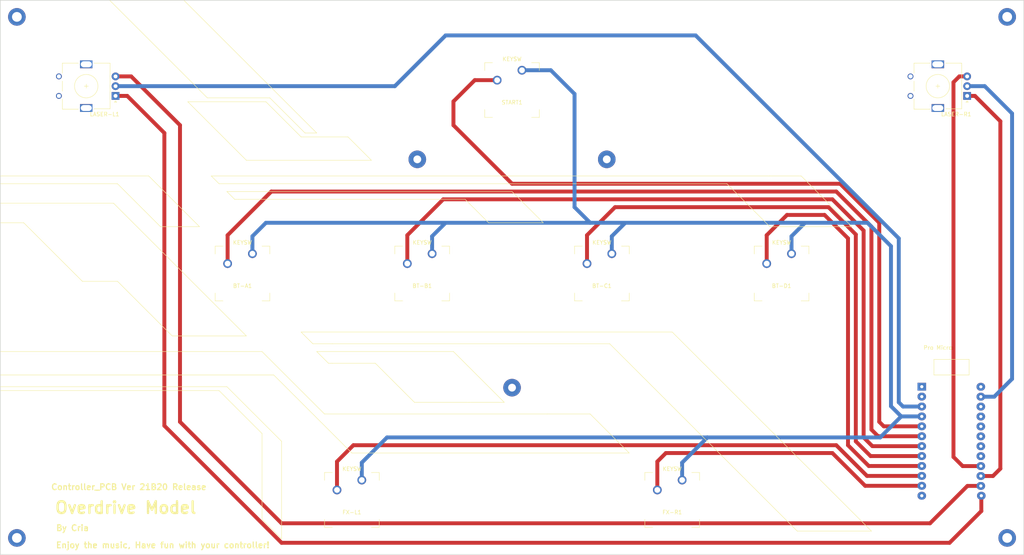
<source format=kicad_pcb>
(kicad_pcb (version 20171130) (host pcbnew "(5.1.9)-1")

  (general
    (thickness 1.6)
    (drawings 141)
    (tracks 118)
    (zones 0)
    (modules 10)
    (nets 25)
  )

  (page A4)
  (layers
    (0 F.Cu signal)
    (31 B.Cu signal)
    (32 B.Adhes user)
    (33 F.Adhes user)
    (34 B.Paste user)
    (35 F.Paste user)
    (36 B.SilkS user)
    (37 F.SilkS user)
    (38 B.Mask user)
    (39 F.Mask user)
    (40 Dwgs.User user)
    (41 Cmts.User user)
    (42 Eco1.User user)
    (43 Eco2.User user)
    (44 Edge.Cuts user)
    (45 Margin user)
    (46 B.CrtYd user)
    (47 F.CrtYd user)
    (48 B.Fab user)
    (49 F.Fab user)
  )

  (setup
    (last_trace_width 0.25)
    (user_trace_width 1)
    (trace_clearance 0.2)
    (zone_clearance 0.508)
    (zone_45_only no)
    (trace_min 0.2)
    (via_size 0.8)
    (via_drill 0.4)
    (via_min_size 0.4)
    (via_min_drill 0.3)
    (uvia_size 0.3)
    (uvia_drill 0.1)
    (uvias_allowed no)
    (uvia_min_size 0.2)
    (uvia_min_drill 0.1)
    (edge_width 0.05)
    (segment_width 0.2)
    (pcb_text_width 0.3)
    (pcb_text_size 1.5 1.5)
    (mod_edge_width 0.12)
    (mod_text_size 1 1)
    (mod_text_width 0.15)
    (pad_size 3.9878 3.9878)
    (pad_drill 3.9878)
    (pad_to_mask_clearance 0)
    (aux_axis_origin 0 0)
    (visible_elements 7FFFFFFF)
    (pcbplotparams
      (layerselection 0x010fc_ffffffff)
      (usegerberextensions false)
      (usegerberattributes true)
      (usegerberadvancedattributes true)
      (creategerberjobfile true)
      (excludeedgelayer true)
      (linewidth 0.100000)
      (plotframeref false)
      (viasonmask false)
      (mode 1)
      (useauxorigin false)
      (hpglpennumber 1)
      (hpglpenspeed 20)
      (hpglpendiameter 15.000000)
      (psnegative false)
      (psa4output false)
      (plotreference true)
      (plotvalue true)
      (plotinvisibletext false)
      (padsonsilk false)
      (subtractmaskfromsilk false)
      (outputformat 1)
      (mirror false)
      (drillshape 1)
      (scaleselection 1)
      (outputdirectory ""))
  )

  (net 0 "")
  (net 1 "Net-(BT-A1-Pad1)")
  (net 2 "Net-(BT-A1-Pad2)")
  (net 3 "Net-(BT-B1-Pad1)")
  (net 4 "Net-(BT-C1-Pad1)")
  (net 5 "Net-(BT-D1-Pad1)")
  (net 6 "Net-(FX-L1-Pad1)")
  (net 7 "Net-(FX-R1-Pad1)")
  (net 8 "Net-(LASER-L1-PadA)")
  (net 9 "Net-(LASER-L1-PadC)")
  (net 10 "Net-(LASER-L1-PadB)")
  (net 11 "Net-(LASER-R1-PadA)")
  (net 12 "Net-(LASER-R1-PadC)")
  (net 13 "Net-(LASER-R1-PadB)")
  (net 14 "Net-(START1-Pad1)")
  (net 15 "Net-(U1-Pad9)")
  (net 16 "Net-(U1-Pad0)")
  (net 17 "Net-(U1-Pad1)")
  (net 18 "Net-(U1-Pad18)")
  (net 19 "Net-(U1-Pad19)")
  (net 20 "Net-(U1-Pad20)")
  (net 21 "Net-(U1-Pad21)")
  (net 22 "Net-(U1-PadVCC)")
  (net 23 "Net-(U1-PadRST)")
  (net 24 "Net-(U1-PadRAW)")

  (net_class Default "This is the default net class."
    (clearance 0.2)
    (trace_width 0.25)
    (via_dia 0.8)
    (via_drill 0.4)
    (uvia_dia 0.3)
    (uvia_drill 0.1)
    (add_net "Net-(BT-A1-Pad1)")
    (add_net "Net-(BT-A1-Pad2)")
    (add_net "Net-(BT-B1-Pad1)")
    (add_net "Net-(BT-C1-Pad1)")
    (add_net "Net-(BT-D1-Pad1)")
    (add_net "Net-(FX-L1-Pad1)")
    (add_net "Net-(FX-R1-Pad1)")
    (add_net "Net-(LASER-L1-PadA)")
    (add_net "Net-(LASER-L1-PadB)")
    (add_net "Net-(LASER-L1-PadC)")
    (add_net "Net-(LASER-R1-PadA)")
    (add_net "Net-(LASER-R1-PadB)")
    (add_net "Net-(LASER-R1-PadC)")
    (add_net "Net-(START1-Pad1)")
    (add_net "Net-(U1-Pad0)")
    (add_net "Net-(U1-Pad1)")
    (add_net "Net-(U1-Pad18)")
    (add_net "Net-(U1-Pad19)")
    (add_net "Net-(U1-Pad20)")
    (add_net "Net-(U1-Pad21)")
    (add_net "Net-(U1-Pad9)")
    (add_net "Net-(U1-PadRAW)")
    (add_net "Net-(U1-PadRST)")
    (add_net "Net-(U1-PadVCC)")
  )

  (module arduino:SparkfunPromicro (layer F.Cu) (tedit 6015B215) (tstamp 6015B28D)
    (at 235.887 99)
    (path /60176BAE)
    (attr smd)
    (fp_text reference U1 (at -5.08 19.05 90) (layer F.SilkS) hide
      (effects (font (size 1.524 1.524) (thickness 0.05)))
    )
    (fp_text value ProMicro (at -2.54 15.24 90) (layer F.SilkS) hide
      (effects (font (size 1.524 1.524) (thickness 0.05)))
    )
    (pad 10 thru_hole oval (at 15.24 27.94) (size 2.2 2) (drill 0.8128) (layers *.Cu)
      (net 8 "Net-(LASER-L1-PadA)"))
    (pad 9 thru_hole oval (at 0 27.94) (size 2.2 2) (drill 0.8128) (layers *.Cu)
      (net 15 "Net-(U1-Pad9)"))
    (pad 8 thru_hole oval (at 0 25.4) (size 2.2 2) (drill 0.8128) (layers *.Cu)
      (net 7 "Net-(FX-R1-Pad1)"))
    (pad 7 thru_hole oval (at 0 22.86) (size 2.2 2) (drill 0.8128) (layers *.Cu)
      (net 6 "Net-(FX-L1-Pad1)"))
    (pad 6 thru_hole oval (at 0 20.32) (size 2.2 2) (drill 0.8128) (layers *.Cu)
      (net 5 "Net-(BT-D1-Pad1)"))
    (pad 5 thru_hole oval (at 0 17.78) (size 2.2 2) (drill 0.8128) (layers *.Cu)
      (net 4 "Net-(BT-C1-Pad1)"))
    (pad 4 thru_hole oval (at 0 15.24) (size 2.2 2) (drill 0.8128) (layers *.Cu)
      (net 3 "Net-(BT-B1-Pad1)"))
    (pad 3 thru_hole oval (at 0 12.7) (size 2.2 2) (drill 0.8128) (layers *.Cu)
      (net 1 "Net-(BT-A1-Pad1)"))
    (pad 2 thru_hole oval (at 0 10.16) (size 2.2 2) (drill 0.8128) (layers *.Cu)
      (net 14 "Net-(START1-Pad1)"))
    (pad GND2 thru_hole oval (at 0 7.62) (size 2.2 2) (drill 0.8128) (layers *.Cu)
      (net 2 "Net-(BT-A1-Pad2)"))
    (pad GND1 thru_hole oval (at 0 5.08) (size 2.2 2) (drill 0.8128) (layers *.Cu)
      (net 9 "Net-(LASER-L1-PadC)"))
    (pad 0 thru_hole oval (at 0 2.54) (size 2.2 2) (drill 0.8128) (layers *.Cu)
      (net 16 "Net-(U1-Pad0)"))
    (pad 1 thru_hole rect (at 0 0) (size 2.2 2) (drill 0.8128) (layers *.Cu)
      (net 17 "Net-(U1-Pad1)"))
    (pad 16 thru_hole oval (at 15.113 25.4254) (size 2.2 2) (drill 0.8128) (layers *.Cu)
      (net 10 "Net-(LASER-L1-PadB)"))
    (pad 14 thru_hole oval (at 15.113 22.8854) (size 2.2 2) (drill 0.8128) (layers *.Cu)
      (net 11 "Net-(LASER-R1-PadA)"))
    (pad 15 thru_hole oval (at 15.113 20.3454) (size 2.2 2) (drill 0.8128) (layers *.Cu)
      (net 13 "Net-(LASER-R1-PadB)"))
    (pad 18 thru_hole oval (at 15.113 17.8054) (size 2.2 2) (drill 0.8128) (layers *.Cu)
      (net 18 "Net-(U1-Pad18)"))
    (pad 19 thru_hole oval (at 15.113 15.2654) (size 2.2 2) (drill 0.8128) (layers *.Cu)
      (net 19 "Net-(U1-Pad19)"))
    (pad 20 thru_hole oval (at 15.113 12.7254) (size 2.2 2) (drill 0.8128) (layers *.Cu)
      (net 20 "Net-(U1-Pad20)"))
    (pad 21 thru_hole oval (at 15.113 10.1854) (size 2.2 2) (drill 0.8128) (layers *.Cu)
      (net 21 "Net-(U1-Pad21)"))
    (pad VCC thru_hole oval (at 15.113 7.6454) (size 2.2 2) (drill 0.8128) (layers *.Cu)
      (net 22 "Net-(U1-PadVCC)"))
    (pad RST thru_hole oval (at 15.113 5.1054) (size 2.2 2) (drill 0.8128) (layers *.Cu)
      (net 23 "Net-(U1-PadRST)"))
    (pad GND3 thru_hole oval (at 15.113 2.5654) (size 2.2 2) (drill 0.8128) (layers *.Cu)
      (net 12 "Net-(LASER-R1-PadC)"))
    (pad RAW thru_hole oval (at 15.113 0.0254) (size 2.2 2) (drill 0.8128) (layers *.Cu)
      (net 24 "Net-(U1-PadRAW)"))
  )

  (module MX_Alps_Hybrid:MXOnly-1U-NoLED (layer F.Cu) (tedit 5BD3C6C7) (tstamp 6015B271)
    (at 131 23)
    (path /60175A0F)
    (fp_text reference START1 (at 0 3.175) (layer F.SilkS)
      (effects (font (size 1 1) (thickness 0.15)))
    )
    (fp_text value KEYSW (at 0 -7.9375) (layer F.SilkS)
      (effects (font (size 1 1) (thickness 0.15)))
    )
    (fp_line (start 5 -7) (end 7 -7) (layer Dwgs.User) (width 0.15))
    (fp_line (start 7 -7) (end 7 -5) (layer Dwgs.User) (width 0.15))
    (fp_line (start 5 7) (end 7 7) (layer Dwgs.User) (width 0.15))
    (fp_line (start 7 7) (end 7 5) (layer Dwgs.User) (width 0.15))
    (fp_line (start -7 5) (end -7 7) (layer Dwgs.User) (width 0.15))
    (fp_line (start -7 7) (end -5 7) (layer Dwgs.User) (width 0.15))
    (fp_line (start -5 -7) (end -7 -7) (layer Dwgs.User) (width 0.15))
    (fp_line (start -7 -7) (end -7 -5) (layer Dwgs.User) (width 0.15))
    (fp_line (start -9.525 -9.525) (end 9.525 -9.525) (layer Dwgs.User) (width 0.15))
    (fp_line (start 9.525 -9.525) (end 9.525 9.525) (layer Dwgs.User) (width 0.15))
    (fp_line (start 9.525 9.525) (end -9.525 9.525) (layer Dwgs.User) (width 0.15))
    (fp_line (start -9.525 9.525) (end -9.525 -9.525) (layer Dwgs.User) (width 0.15))
    (pad 2 thru_hole circle (at 2.54 -5.08) (size 2.25 2.25) (drill 1.47) (layers *.Cu B.Mask)
      (net 2 "Net-(BT-A1-Pad2)"))
    (pad "" np_thru_hole circle (at 0 0) (size 3.9878 3.9878) (drill 3.9878) (layers *.Cu *.Mask))
    (pad 1 thru_hole circle (at -3.81 -2.54) (size 2.25 2.25) (drill 1.47) (layers *.Cu B.Mask)
      (net 14 "Net-(START1-Pad1)"))
    (pad "" np_thru_hole circle (at -5.08 0 48.0996) (size 1.75 1.75) (drill 1.75) (layers *.Cu *.Mask))
    (pad "" np_thru_hole circle (at 5.08 0 48.0996) (size 1.75 1.75) (drill 1.75) (layers *.Cu *.Mask))
  )

  (module MX_Alps_Hybrid:MXOnly-1.75U-NoLED (layer F.Cu) (tedit 5BD3C6A7) (tstamp 6015B20E)
    (at 172 128)
    (path /60175154)
    (fp_text reference FX-R1 (at 0 3.175) (layer F.SilkS)
      (effects (font (size 1 1) (thickness 0.15)))
    )
    (fp_text value KEYSW (at 0 -7.9375) (layer F.SilkS)
      (effects (font (size 1 1) (thickness 0.15)))
    )
    (fp_line (start 5 -7) (end 7 -7) (layer Dwgs.User) (width 0.15))
    (fp_line (start 7 -7) (end 7 -5) (layer Dwgs.User) (width 0.15))
    (fp_line (start 5 7) (end 7 7) (layer Dwgs.User) (width 0.15))
    (fp_line (start 7 7) (end 7 5) (layer Dwgs.User) (width 0.15))
    (fp_line (start -7 5) (end -7 7) (layer Dwgs.User) (width 0.15))
    (fp_line (start -7 7) (end -5 7) (layer Dwgs.User) (width 0.15))
    (fp_line (start -5 -7) (end -7 -7) (layer Dwgs.User) (width 0.15))
    (fp_line (start -7 -7) (end -7 -5) (layer Dwgs.User) (width 0.15))
    (fp_line (start -16.66875 -9.525) (end 16.66875 -9.525) (layer Dwgs.User) (width 0.15))
    (fp_line (start 16.66875 -9.525) (end 16.66875 9.525) (layer Dwgs.User) (width 0.15))
    (fp_line (start -16.66875 9.525) (end 16.66875 9.525) (layer Dwgs.User) (width 0.15))
    (fp_line (start -16.66875 9.525) (end -16.66875 -9.525) (layer Dwgs.User) (width 0.15))
    (pad 2 thru_hole circle (at 2.54 -5.08) (size 2.25 2.25) (drill 1.47) (layers *.Cu B.Mask)
      (net 2 "Net-(BT-A1-Pad2)"))
    (pad "" np_thru_hole circle (at 0 0) (size 3.9878 3.9878) (drill 3.9878) (layers *.Cu *.Mask))
    (pad 1 thru_hole circle (at -3.81 -2.54) (size 2.25 2.25) (drill 1.47) (layers *.Cu B.Mask)
      (net 7 "Net-(FX-R1-Pad1)"))
    (pad "" np_thru_hole circle (at -5.08 0 48.0996) (size 1.75 1.75) (drill 1.75) (layers *.Cu *.Mask))
    (pad "" np_thru_hole circle (at 5.08 0 48.0996) (size 1.75 1.75) (drill 1.75) (layers *.Cu *.Mask))
  )

  (module MX_Alps_Hybrid:MXOnly-1.75U-NoLED (layer F.Cu) (tedit 5BD3C6A7) (tstamp 6015B1F7)
    (at 90 128)
    (path /60174E2A)
    (fp_text reference FX-L1 (at 0 3.175) (layer F.SilkS)
      (effects (font (size 1 1) (thickness 0.15)))
    )
    (fp_text value KEYSW (at 0 -7.9375) (layer F.SilkS)
      (effects (font (size 1 1) (thickness 0.15)))
    )
    (fp_line (start 5 -7) (end 7 -7) (layer Dwgs.User) (width 0.15))
    (fp_line (start 7 -7) (end 7 -5) (layer Dwgs.User) (width 0.15))
    (fp_line (start 5 7) (end 7 7) (layer Dwgs.User) (width 0.15))
    (fp_line (start 7 7) (end 7 5) (layer Dwgs.User) (width 0.15))
    (fp_line (start -7 5) (end -7 7) (layer Dwgs.User) (width 0.15))
    (fp_line (start -7 7) (end -5 7) (layer Dwgs.User) (width 0.15))
    (fp_line (start -5 -7) (end -7 -7) (layer Dwgs.User) (width 0.15))
    (fp_line (start -7 -7) (end -7 -5) (layer Dwgs.User) (width 0.15))
    (fp_line (start -16.66875 -9.525) (end 16.66875 -9.525) (layer Dwgs.User) (width 0.15))
    (fp_line (start 16.66875 -9.525) (end 16.66875 9.525) (layer Dwgs.User) (width 0.15))
    (fp_line (start -16.66875 9.525) (end 16.66875 9.525) (layer Dwgs.User) (width 0.15))
    (fp_line (start -16.66875 9.525) (end -16.66875 -9.525) (layer Dwgs.User) (width 0.15))
    (pad 2 thru_hole circle (at 2.54 -5.08) (size 2.25 2.25) (drill 1.47) (layers *.Cu B.Mask)
      (net 2 "Net-(BT-A1-Pad2)"))
    (pad "" np_thru_hole circle (at 0 0) (size 3.9878 3.9878) (drill 3.9878) (layers *.Cu *.Mask))
    (pad 1 thru_hole circle (at -3.81 -2.54) (size 2.25 2.25) (drill 1.47) (layers *.Cu B.Mask)
      (net 6 "Net-(FX-L1-Pad1)"))
    (pad "" np_thru_hole circle (at -5.08 0 48.0996) (size 1.75 1.75) (drill 1.75) (layers *.Cu *.Mask))
    (pad "" np_thru_hole circle (at 5.08 0 48.0996) (size 1.75 1.75) (drill 1.75) (layers *.Cu *.Mask))
  )

  (module MX_Alps_Hybrid:MXOnly-2U-NoLED (layer F.Cu) (tedit 5BD3C72F) (tstamp 6015B1E0)
    (at 200 70)
    (path /60173D6C)
    (fp_text reference BT-D1 (at 0 3.175) (layer F.SilkS)
      (effects (font (size 1 1) (thickness 0.15)))
    )
    (fp_text value KEYSW (at 0 -7.9375) (layer F.SilkS)
      (effects (font (size 1 1) (thickness 0.15)))
    )
    (fp_line (start 5 -7) (end 7 -7) (layer Dwgs.User) (width 0.15))
    (fp_line (start 7 -7) (end 7 -5) (layer Dwgs.User) (width 0.15))
    (fp_line (start 5 7) (end 7 7) (layer Dwgs.User) (width 0.15))
    (fp_line (start 7 7) (end 7 5) (layer Dwgs.User) (width 0.15))
    (fp_line (start -7 5) (end -7 7) (layer Dwgs.User) (width 0.15))
    (fp_line (start -7 7) (end -5 7) (layer Dwgs.User) (width 0.15))
    (fp_line (start -5 -7) (end -7 -7) (layer Dwgs.User) (width 0.15))
    (fp_line (start -7 -7) (end -7 -5) (layer Dwgs.User) (width 0.15))
    (fp_line (start -19.05 -9.525) (end 19.05 -9.525) (layer Dwgs.User) (width 0.15))
    (fp_line (start 19.05 -9.525) (end 19.05 9.525) (layer Dwgs.User) (width 0.15))
    (fp_line (start -19.05 9.525) (end 19.05 9.525) (layer Dwgs.User) (width 0.15))
    (fp_line (start -19.05 9.525) (end -19.05 -9.525) (layer Dwgs.User) (width 0.15))
    (pad 2 thru_hole circle (at 2.54 -5.08) (size 2.25 2.25) (drill 1.47) (layers *.Cu B.Mask)
      (net 2 "Net-(BT-A1-Pad2)"))
    (pad "" np_thru_hole circle (at 0 0) (size 3.9878 3.9878) (drill 3.9878) (layers *.Cu *.Mask))
    (pad 1 thru_hole circle (at -3.81 -2.54) (size 2.25 2.25) (drill 1.47) (layers *.Cu B.Mask)
      (net 5 "Net-(BT-D1-Pad1)"))
    (pad "" np_thru_hole circle (at -5.08 0 48.0996) (size 1.75 1.75) (drill 1.75) (layers *.Cu *.Mask))
    (pad "" np_thru_hole circle (at 5.08 0 48.0996) (size 1.75 1.75) (drill 1.75) (layers *.Cu *.Mask))
    (pad "" np_thru_hole circle (at -11.90625 -6.985) (size 3.048 3.048) (drill 3.048) (layers *.Cu *.Mask))
    (pad "" np_thru_hole circle (at 11.90625 -6.985) (size 3.048 3.048) (drill 3.048) (layers *.Cu *.Mask))
    (pad "" np_thru_hole circle (at -11.90625 8.255) (size 3.9878 3.9878) (drill 3.9878) (layers *.Cu *.Mask))
    (pad "" np_thru_hole circle (at 11.90625 8.255) (size 3.9878 3.9878) (drill 3.9878) (layers *.Cu *.Mask))
  )

  (module MX_Alps_Hybrid:MXOnly-2U-NoLED (layer F.Cu) (tedit 5BD3C72F) (tstamp 6015BA26)
    (at 154 70)
    (path /601735F6)
    (fp_text reference BT-C1 (at 0 3.175) (layer F.SilkS)
      (effects (font (size 1 1) (thickness 0.15)))
    )
    (fp_text value KEYSW (at 0 -7.9375) (layer F.SilkS)
      (effects (font (size 1 1) (thickness 0.15)))
    )
    (fp_line (start 5 -7) (end 7 -7) (layer Dwgs.User) (width 0.15))
    (fp_line (start 7 -7) (end 7 -5) (layer Dwgs.User) (width 0.15))
    (fp_line (start 5 7) (end 7 7) (layer Dwgs.User) (width 0.15))
    (fp_line (start 7 7) (end 7 5) (layer Dwgs.User) (width 0.15))
    (fp_line (start -7 5) (end -7 7) (layer Dwgs.User) (width 0.15))
    (fp_line (start -7 7) (end -5 7) (layer Dwgs.User) (width 0.15))
    (fp_line (start -5 -7) (end -7 -7) (layer Dwgs.User) (width 0.15))
    (fp_line (start -7 -7) (end -7 -5) (layer Dwgs.User) (width 0.15))
    (fp_line (start -19.05 -9.525) (end 19.05 -9.525) (layer Dwgs.User) (width 0.15))
    (fp_line (start 19.05 -9.525) (end 19.05 9.525) (layer Dwgs.User) (width 0.15))
    (fp_line (start -19.05 9.525) (end 19.05 9.525) (layer Dwgs.User) (width 0.15))
    (fp_line (start -19.05 9.525) (end -19.05 -9.525) (layer Dwgs.User) (width 0.15))
    (pad 2 thru_hole circle (at 2.54 -5.08) (size 2.25 2.25) (drill 1.47) (layers *.Cu B.Mask)
      (net 2 "Net-(BT-A1-Pad2)"))
    (pad "" np_thru_hole circle (at 0 0) (size 3.9878 3.9878) (drill 3.9878) (layers *.Cu *.Mask))
    (pad 1 thru_hole circle (at -3.81 -2.54) (size 2.25 2.25) (drill 1.47) (layers *.Cu B.Mask)
      (net 4 "Net-(BT-C1-Pad1)"))
    (pad "" np_thru_hole circle (at -5.08 0 48.0996) (size 1.75 1.75) (drill 1.75) (layers *.Cu *.Mask))
    (pad "" np_thru_hole circle (at 5.08 0 48.0996) (size 1.75 1.75) (drill 1.75) (layers *.Cu *.Mask))
    (pad "" np_thru_hole circle (at -11.90625 -6.985) (size 3.048 3.048) (drill 3.048) (layers *.Cu *.Mask))
    (pad "" np_thru_hole circle (at 11.90625 -6.985) (size 3.048 3.048) (drill 3.048) (layers *.Cu *.Mask))
    (pad "" np_thru_hole circle (at -11.90625 8.255) (size 3.9878 3.9878) (drill 3.9878) (layers *.Cu *.Mask))
    (pad "" np_thru_hole circle (at 11.90625 8.255) (size 3.9878 3.9878) (drill 3.9878) (layers *.Cu *.Mask))
  )

  (module MX_Alps_Hybrid:MXOnly-2U-NoLED (layer F.Cu) (tedit 5BD3C72F) (tstamp 6015B1AA)
    (at 108 70)
    (path /6017288E)
    (fp_text reference BT-B1 (at 0 3.175) (layer F.SilkS)
      (effects (font (size 1 1) (thickness 0.15)))
    )
    (fp_text value KEYSW (at 0 -7.9375) (layer F.SilkS)
      (effects (font (size 1 1) (thickness 0.15)))
    )
    (fp_line (start 5 -7) (end 7 -7) (layer Dwgs.User) (width 0.15))
    (fp_line (start 7 -7) (end 7 -5) (layer Dwgs.User) (width 0.15))
    (fp_line (start 5 7) (end 7 7) (layer Dwgs.User) (width 0.15))
    (fp_line (start 7 7) (end 7 5) (layer Dwgs.User) (width 0.15))
    (fp_line (start -7 5) (end -7 7) (layer Dwgs.User) (width 0.15))
    (fp_line (start -7 7) (end -5 7) (layer Dwgs.User) (width 0.15))
    (fp_line (start -5 -7) (end -7 -7) (layer Dwgs.User) (width 0.15))
    (fp_line (start -7 -7) (end -7 -5) (layer Dwgs.User) (width 0.15))
    (fp_line (start -19.05 -9.525) (end 19.05 -9.525) (layer Dwgs.User) (width 0.15))
    (fp_line (start 19.05 -9.525) (end 19.05 9.525) (layer Dwgs.User) (width 0.15))
    (fp_line (start -19.05 9.525) (end 19.05 9.525) (layer Dwgs.User) (width 0.15))
    (fp_line (start -19.05 9.525) (end -19.05 -9.525) (layer Dwgs.User) (width 0.15))
    (pad 2 thru_hole circle (at 2.54 -5.08) (size 2.25 2.25) (drill 1.47) (layers *.Cu B.Mask)
      (net 2 "Net-(BT-A1-Pad2)"))
    (pad "" np_thru_hole circle (at 0 0) (size 3.9878 3.9878) (drill 3.9878) (layers *.Cu *.Mask))
    (pad 1 thru_hole circle (at -3.81 -2.54) (size 2.25 2.25) (drill 1.47) (layers *.Cu B.Mask)
      (net 3 "Net-(BT-B1-Pad1)"))
    (pad "" np_thru_hole circle (at -5.08 0 48.0996) (size 1.75 1.75) (drill 1.75) (layers *.Cu *.Mask))
    (pad "" np_thru_hole circle (at 5.08 0 48.0996) (size 1.75 1.75) (drill 1.75) (layers *.Cu *.Mask))
    (pad "" np_thru_hole circle (at -11.90625 -6.985) (size 3.048 3.048) (drill 3.048) (layers *.Cu *.Mask))
    (pad "" np_thru_hole circle (at 11.90625 -6.985) (size 3.048 3.048) (drill 3.048) (layers *.Cu *.Mask))
    (pad "" np_thru_hole circle (at -11.90625 8.255) (size 3.9878 3.9878) (drill 3.9878) (layers *.Cu *.Mask))
    (pad "" np_thru_hole circle (at 11.90625 8.255) (size 3.9878 3.9878) (drill 3.9878) (layers *.Cu *.Mask))
  )

  (module MX_Alps_Hybrid:MXOnly-2U-NoLED (layer F.Cu) (tedit 5BD3C72F) (tstamp 6015B18F)
    (at 62 70)
    (path /6017188C)
    (fp_text reference BT-A1 (at 0 3.175) (layer F.SilkS)
      (effects (font (size 1 1) (thickness 0.15)))
    )
    (fp_text value KEYSW (at 0 -7.9375) (layer F.SilkS)
      (effects (font (size 1 1) (thickness 0.15)))
    )
    (fp_line (start 5 -7) (end 7 -7) (layer Dwgs.User) (width 0.15))
    (fp_line (start 7 -7) (end 7 -5) (layer Dwgs.User) (width 0.15))
    (fp_line (start 5 7) (end 7 7) (layer Dwgs.User) (width 0.15))
    (fp_line (start 7 7) (end 7 5) (layer Dwgs.User) (width 0.15))
    (fp_line (start -7 5) (end -7 7) (layer Dwgs.User) (width 0.15))
    (fp_line (start -7 7) (end -5 7) (layer Dwgs.User) (width 0.15))
    (fp_line (start -5 -7) (end -7 -7) (layer Dwgs.User) (width 0.15))
    (fp_line (start -7 -7) (end -7 -5) (layer Dwgs.User) (width 0.15))
    (fp_line (start -19.05 -9.525) (end 19.05 -9.525) (layer Dwgs.User) (width 0.15))
    (fp_line (start 19.05 -9.525) (end 19.05 9.525) (layer Dwgs.User) (width 0.15))
    (fp_line (start -19.05 9.525) (end 19.05 9.525) (layer Dwgs.User) (width 0.15))
    (fp_line (start -19.05 9.525) (end -19.05 -9.525) (layer Dwgs.User) (width 0.15))
    (pad 2 thru_hole circle (at 2.54 -5.08) (size 2.25 2.25) (drill 1.47) (layers *.Cu B.Mask)
      (net 2 "Net-(BT-A1-Pad2)"))
    (pad "" np_thru_hole circle (at 0 0) (size 3.9878 3.9878) (drill 3.9878) (layers *.Cu *.Mask))
    (pad 1 thru_hole circle (at -3.81 -2.54) (size 2.25 2.25) (drill 1.47) (layers *.Cu B.Mask)
      (net 1 "Net-(BT-A1-Pad1)"))
    (pad "" np_thru_hole circle (at -5.08 0 48.0996) (size 1.75 1.75) (drill 1.75) (layers *.Cu *.Mask))
    (pad "" np_thru_hole circle (at 5.08 0 48.0996) (size 1.75 1.75) (drill 1.75) (layers *.Cu *.Mask))
    (pad "" np_thru_hole circle (at -11.90625 -6.985) (size 3.048 3.048) (drill 3.048) (layers *.Cu *.Mask))
    (pad "" np_thru_hole circle (at 11.90625 -6.985) (size 3.048 3.048) (drill 3.048) (layers *.Cu *.Mask))
    (pad "" np_thru_hole circle (at -11.90625 8.255) (size 3.9878 3.9878) (drill 3.9878) (layers *.Cu *.Mask))
    (pad "" np_thru_hole circle (at 11.90625 8.255) (size 3.9878 3.9878) (drill 3.9878) (layers *.Cu *.Mask))
  )

  (module Rotary_Encoder:RotaryEncoder_Alps_EC11E_Vertical_H20mm (layer F.Cu) (tedit 5A64F74E) (tstamp 6015B25A)
    (at 247.5 24.5 180)
    (descr "Alps rotary encoder, EC12E... without switch (pins are dummy), vertical shaft, http://www.alps.com/prod/info/E/HTML/Encoder/Incremental/EC11/EC11E15204A3.html")
    (tags "rotary encoder")
    (path /60179A84)
    (fp_text reference LASER-R1 (at 2.8 -4.7) (layer F.SilkS)
      (effects (font (size 1 1) (thickness 0.15)))
    )
    (fp_text value EC11_without_switch (at 7.5 10.4) (layer F.Fab)
      (effects (font (size 1 1) (thickness 0.15)))
    )
    (fp_circle (center 7.5 2.5) (end 10.5 2.5) (layer F.Fab) (width 0.12))
    (fp_circle (center 7.5 2.5) (end 10.5 2.5) (layer F.SilkS) (width 0.12))
    (fp_line (start 15.5 9.35) (end -1.25 9.35) (layer F.CrtYd) (width 0.05))
    (fp_line (start 15.5 9.35) (end 15.5 -4.35) (layer F.CrtYd) (width 0.05))
    (fp_line (start -1.25 -4.35) (end -1.25 9.35) (layer F.CrtYd) (width 0.05))
    (fp_line (start -1.25 -4.35) (end 15.5 -4.35) (layer F.CrtYd) (width 0.05))
    (fp_line (start 2.5 -3.3) (end 13.5 -3.3) (layer F.Fab) (width 0.12))
    (fp_line (start 13.5 -3.3) (end 13.5 8.3) (layer F.Fab) (width 0.12))
    (fp_line (start 13.5 8.3) (end 1.5 8.3) (layer F.Fab) (width 0.12))
    (fp_line (start 1.5 8.3) (end 1.5 -2.2) (layer F.Fab) (width 0.12))
    (fp_line (start 1.5 -2.2) (end 2.5 -3.3) (layer F.Fab) (width 0.12))
    (fp_line (start 9.5 -3.4) (end 13.6 -3.4) (layer F.SilkS) (width 0.12))
    (fp_line (start 13.6 8.4) (end 9.5 8.4) (layer F.SilkS) (width 0.12))
    (fp_line (start 5.5 8.4) (end 1.4 8.4) (layer F.SilkS) (width 0.12))
    (fp_line (start 5.5 -3.3) (end 1.4 -3.3) (layer F.SilkS) (width 0.12))
    (fp_line (start 1.4 -3.3) (end 1.4 8.4) (layer F.SilkS) (width 0.12))
    (fp_line (start 0 -1.3) (end -0.3 -1.6) (layer F.SilkS) (width 0.12))
    (fp_line (start -0.3 -1.6) (end 0.3 -1.6) (layer F.SilkS) (width 0.12))
    (fp_line (start 0.3 -1.6) (end 0 -1.3) (layer F.SilkS) (width 0.12))
    (fp_line (start 7.5 -0.5) (end 7.5 5.5) (layer F.Fab) (width 0.12))
    (fp_line (start 4.5 2.5) (end 10.5 2.5) (layer F.Fab) (width 0.12))
    (fp_line (start 13.6 -3.4) (end 13.6 -0.8) (layer F.SilkS) (width 0.12))
    (fp_line (start 13.6 1.2) (end 13.6 3.8) (layer F.SilkS) (width 0.12))
    (fp_line (start 13.6 5.8) (end 13.6 8.4) (layer F.SilkS) (width 0.12))
    (fp_line (start 7.5 2) (end 7.5 3) (layer F.SilkS) (width 0.12))
    (fp_line (start 7 2.5) (end 8 2.5) (layer F.SilkS) (width 0.12))
    (fp_text user %R (at 11.1 6.3) (layer F.Fab)
      (effects (font (size 1 1) (thickness 0.15)))
    )
    (pad A thru_hole rect (at 0 0 180) (size 2 2) (drill 1) (layers *.Cu *.Mask)
      (net 11 "Net-(LASER-R1-PadA)"))
    (pad C thru_hole circle (at 0 2.5 180) (size 2 2) (drill 1) (layers *.Cu *.Mask)
      (net 12 "Net-(LASER-R1-PadC)"))
    (pad B thru_hole circle (at 0 5 180) (size 2 2) (drill 1) (layers *.Cu *.Mask)
      (net 13 "Net-(LASER-R1-PadB)"))
    (pad MP thru_hole rect (at 7.5 -3.1 180) (size 3.2 2) (drill oval 2.8 1.5) (layers *.Cu *.Mask))
    (pad MP thru_hole rect (at 7.5 8.1 180) (size 3.2 2) (drill oval 2.8 1.5) (layers *.Cu *.Mask))
    (pad "" thru_hole circle (at 14.5 0 180) (size 1.5 1.5) (drill 1) (layers *.Cu *.Mask))
    (pad "" thru_hole circle (at 14.5 5 180) (size 1.5 1.5) (drill 1) (layers *.Cu *.Mask))
    (model ${KISYS3DMOD}/Rotary_Encoder.3dshapes/RotaryEncoder_Alps_EC11E_Vertical_H20mm.wrl
      (at (xyz 0 0 0))
      (scale (xyz 1 1 1))
      (rotate (xyz 0 0 0))
    )
  )

  (module Rotary_Encoder:RotaryEncoder_Alps_EC11E_Vertical_H20mm (layer F.Cu) (tedit 5A64F74E) (tstamp 6015B234)
    (at 29.5 24.5 180)
    (descr "Alps rotary encoder, EC12E... without switch (pins are dummy), vertical shaft, http://www.alps.com/prod/info/E/HTML/Encoder/Incremental/EC11/EC11E15204A3.html")
    (tags "rotary encoder")
    (path /60178E33)
    (fp_text reference LASER-L1 (at 2.8 -4.7) (layer F.SilkS)
      (effects (font (size 1 1) (thickness 0.15)))
    )
    (fp_text value EC11_without_switch (at 7.5 10.4) (layer F.Fab)
      (effects (font (size 1 1) (thickness 0.15)))
    )
    (fp_circle (center 7.5 2.5) (end 10.5 2.5) (layer F.Fab) (width 0.12))
    (fp_circle (center 7.5 2.5) (end 10.5 2.5) (layer F.SilkS) (width 0.12))
    (fp_line (start 15.5 9.35) (end -1.25 9.35) (layer F.CrtYd) (width 0.05))
    (fp_line (start 15.5 9.35) (end 15.5 -4.35) (layer F.CrtYd) (width 0.05))
    (fp_line (start -1.25 -4.35) (end -1.25 9.35) (layer F.CrtYd) (width 0.05))
    (fp_line (start -1.25 -4.35) (end 15.5 -4.35) (layer F.CrtYd) (width 0.05))
    (fp_line (start 2.5 -3.3) (end 13.5 -3.3) (layer F.Fab) (width 0.12))
    (fp_line (start 13.5 -3.3) (end 13.5 8.3) (layer F.Fab) (width 0.12))
    (fp_line (start 13.5 8.3) (end 1.5 8.3) (layer F.Fab) (width 0.12))
    (fp_line (start 1.5 8.3) (end 1.5 -2.2) (layer F.Fab) (width 0.12))
    (fp_line (start 1.5 -2.2) (end 2.5 -3.3) (layer F.Fab) (width 0.12))
    (fp_line (start 9.5 -3.4) (end 13.6 -3.4) (layer F.SilkS) (width 0.12))
    (fp_line (start 13.6 8.4) (end 9.5 8.4) (layer F.SilkS) (width 0.12))
    (fp_line (start 5.5 8.4) (end 1.4 8.4) (layer F.SilkS) (width 0.12))
    (fp_line (start 5.5 -3.3) (end 1.4 -3.3) (layer F.SilkS) (width 0.12))
    (fp_line (start 1.4 -3.3) (end 1.4 8.4) (layer F.SilkS) (width 0.12))
    (fp_line (start 0 -1.3) (end -0.3 -1.6) (layer F.SilkS) (width 0.12))
    (fp_line (start -0.3 -1.6) (end 0.3 -1.6) (layer F.SilkS) (width 0.12))
    (fp_line (start 0.3 -1.6) (end 0 -1.3) (layer F.SilkS) (width 0.12))
    (fp_line (start 7.5 -0.5) (end 7.5 5.5) (layer F.Fab) (width 0.12))
    (fp_line (start 4.5 2.5) (end 10.5 2.5) (layer F.Fab) (width 0.12))
    (fp_line (start 13.6 -3.4) (end 13.6 -0.8) (layer F.SilkS) (width 0.12))
    (fp_line (start 13.6 1.2) (end 13.6 3.8) (layer F.SilkS) (width 0.12))
    (fp_line (start 13.6 5.8) (end 13.6 8.4) (layer F.SilkS) (width 0.12))
    (fp_line (start 7.5 2) (end 7.5 3) (layer F.SilkS) (width 0.12))
    (fp_line (start 7 2.5) (end 8 2.5) (layer F.SilkS) (width 0.12))
    (fp_text user %R (at 11.1 6.3) (layer F.Fab)
      (effects (font (size 1 1) (thickness 0.15)))
    )
    (pad A thru_hole rect (at 0 0 180) (size 2 2) (drill 1) (layers *.Cu *.Mask)
      (net 8 "Net-(LASER-L1-PadA)"))
    (pad C thru_hole circle (at 0 2.5 180) (size 2 2) (drill 1) (layers *.Cu *.Mask)
      (net 9 "Net-(LASER-L1-PadC)"))
    (pad B thru_hole circle (at 0 5 180) (size 2 2) (drill 1) (layers *.Cu *.Mask)
      (net 10 "Net-(LASER-L1-PadB)"))
    (pad MP thru_hole rect (at 7.5 -3.1 180) (size 3.2 2) (drill oval 2.8 1.5) (layers *.Cu *.Mask))
    (pad MP thru_hole rect (at 7.5 8.1 180) (size 3.2 2) (drill oval 2.8 1.5) (layers *.Cu *.Mask))
    (pad "" thru_hole circle (at 14.5 0 180) (size 1.5 1.5) (drill 1) (layers *.Cu *.Mask))
    (pad "" thru_hole circle (at 14.5 5 180) (size 1.5 1.5) (drill 1) (layers *.Cu *.Mask))
    (model ${KISYS3DMOD}/Rotary_Encoder.3dshapes/RotaryEncoder_Alps_EC11E_Vertical_H20mm.wrl
      (at (xyz 0 0 0))
      (scale (xyz 1 1 1))
      (rotate (xyz 0 0 0))
    )
  )

  (gr_line (start 172 85) (end 223 136) (layer F.SilkS) (width 0.12))
  (gr_line (start 204 136) (end 156 88) (layer F.SilkS) (width 0.12))
  (gr_line (start 151 106) (end 140 106) (layer F.SilkS) (width 0.12) (tstamp 6019280B))
  (gr_line (start 161 116) (end 151 106) (layer F.SilkS) (width 0.12))
  (gr_line (start 83 106) (end 140 106) (layer F.SilkS) (width 0.12))
  (gr_line (start 69 25) (end 53 25) (layer F.SilkS) (width 0.12) (tstamp 60192816))
  (gr_line (start 78 34) (end 69 25) (layer F.SilkS) (width 0.12))
  (gr_line (start 81 34) (end 78 34) (layer F.SilkS) (width 0.12))
  (gr_line (start 47 0) (end 81 34) (layer F.SilkS) (width 0.12))
  (gr_line (start 28 0) (end 47 0) (layer F.SilkS) (width 0.12))
  (gr_line (start 53 25) (end 28 0) (layer F.SilkS) (width 0.12))
  (gr_line (start 68 26) (end 48 26) (layer F.SilkS) (width 0.12) (tstamp 60192813))
  (gr_line (start 77 35) (end 68 26) (layer F.SilkS) (width 0.12))
  (gr_line (start 89 35) (end 77 35) (layer F.SilkS) (width 0.12))
  (gr_line (start 95 41) (end 89 35) (layer F.SilkS) (width 0.12))
  (gr_line (start 63 41) (end 95 41) (layer F.SilkS) (width 0.12))
  (gr_line (start 48 26) (end 63 41) (layer F.SilkS) (width 0.12))
  (gr_line (start 60 51) (end 58 49) (layer F.SilkS) (width 0.12) (tstamp 60192812))
  (gr_line (start 61 51) (end 60 51) (layer F.SilkS) (width 0.12))
  (gr_line (start 119 51) (end 61 51) (layer F.SilkS) (width 0.12))
  (gr_line (start 125 57) (end 119 51) (layer F.SilkS) (width 0.12))
  (gr_line (start 139 57) (end 125 57) (layer F.SilkS) (width 0.12))
  (gr_line (start 131 49) (end 139 57) (layer F.SilkS) (width 0.12))
  (gr_line (start 58 49) (end 131 49) (layer F.SilkS) (width 0.12))
  (gr_line (start 56 47) (end 54 45) (layer F.SilkS) (width 0.12) (tstamp 60192811))
  (gr_line (start 186 47) (end 56 47) (layer F.SilkS) (width 0.12))
  (gr_line (start 197 58) (end 186 47) (layer F.SilkS) (width 0.12))
  (gr_line (start 218 58) (end 197 58) (layer F.SilkS) (width 0.12))
  (gr_line (start 205 45) (end 218 58) (layer F.SilkS) (width 0.12))
  (gr_line (start 197 45) (end 205 45) (layer F.SilkS) (width 0.12))
  (gr_line (start 54 45) (end 197 45) (layer F.SilkS) (width 0.12))
  (gr_line (start 84 93) (end 81 90) (layer F.SilkS) (width 0.12) (tstamp 60192810))
  (gr_line (start 85 93) (end 84 93) (layer F.SilkS) (width 0.12))
  (gr_line (start 96 93) (end 85 93) (layer F.SilkS) (width 0.12))
  (gr_line (start 106 103) (end 96 93) (layer F.SilkS) (width 0.12))
  (gr_line (start 120 103) (end 106 103) (layer F.SilkS) (width 0.12))
  (gr_line (start 129 103) (end 120 103) (layer F.SilkS) (width 0.12))
  (gr_line (start 116 90) (end 129 103) (layer F.SilkS) (width 0.12))
  (gr_line (start 81 90) (end 116 90) (layer F.SilkS) (width 0.12))
  (gr_line (start 80 88) (end 77 85) (layer F.SilkS) (width 0.12) (tstamp 6019280F))
  (gr_line (start 85 88) (end 80 88) (layer F.SilkS) (width 0.12))
  (gr_line (start 156 88) (end 85 88) (layer F.SilkS) (width 0.12))
  (gr_line (start 223 136) (end 204 136) (layer F.SilkS) (width 0.12))
  (gr_line (start 77 85) (end 172 85) (layer F.SilkS) (width 0.12))
  (gr_line (start 0 57) (end 0 52) (layer F.SilkS) (width 0.12) (tstamp 6019280E))
  (gr_line (start 6 57) (end 0 57) (layer F.SilkS) (width 0.12))
  (gr_line (start 21 72) (end 6 57) (layer F.SilkS) (width 0.12))
  (gr_line (start 30 72) (end 21 72) (layer F.SilkS) (width 0.12))
  (gr_line (start 44 86) (end 30 72) (layer F.SilkS) (width 0.12))
  (gr_line (start 63 86) (end 44 86) (layer F.SilkS) (width 0.12))
  (gr_line (start 29 52) (end 63 86) (layer F.SilkS) (width 0.12))
  (gr_line (start 0 52) (end 29 52) (layer F.SilkS) (width 0.12))
  (gr_line (start 0 47) (end 0 45) (layer F.SilkS) (width 0.12) (tstamp 6019280D))
  (gr_line (start 30 47) (end 0 47) (layer F.SilkS) (width 0.12))
  (gr_line (start 41 58) (end 30 47) (layer F.SilkS) (width 0.12))
  (gr_line (start 51 58) (end 41 58) (layer F.SilkS) (width 0.12))
  (gr_line (start 38 45) (end 51 58) (layer F.SilkS) (width 0.12))
  (gr_line (start 0 45) (end 38 45) (layer F.SilkS) (width 0.12))
  (gr_line (start 0 100) (end 0 99) (layer F.SilkS) (width 0.12) (tstamp 6019280C))
  (gr_line (start 56 100) (end 0 100) (layer F.SilkS) (width 0.12))
  (gr_line (start 67 111) (end 56 100) (layer F.SilkS) (width 0.12))
  (gr_line (start 67 133) (end 67 111) (layer F.SilkS) (width 0.12))
  (gr_line (start 72 138) (end 67 133) (layer F.SilkS) (width 0.12))
  (gr_line (start 72 113) (end 72 138) (layer F.SilkS) (width 0.12))
  (gr_line (start 58 99) (end 72 113) (layer F.SilkS) (width 0.12))
  (gr_line (start 0 99) (end 58 99) (layer F.SilkS) (width 0.12))
  (gr_line (start 90 116) (end 161 116) (layer F.SilkS) (width 0.12))
  (gr_line (start 70 96) (end 90 116) (layer F.SilkS) (width 0.12))
  (gr_line (start 0 96) (end 70 96) (layer F.SilkS) (width 0.12))
  (gr_line (start 67 90) (end 83 106) (layer F.SilkS) (width 0.12))
  (gr_line (start 0 90) (end 67 90) (layer F.SilkS) (width 0.12))
  (gr_text "Pro Micro" (at 240 89) (layer F.SilkS)
    (effects (font (size 1 1) (thickness 0.15)))
  )
  (gr_line (start 239 92) (end 239 96) (layer F.SilkS) (width 0.12) (tstamp 60192809))
  (gr_line (start 248 92) (end 239 92) (layer F.SilkS) (width 0.12))
  (gr_line (start 248 96) (end 248 92) (layer F.SilkS) (width 0.12))
  (gr_line (start 239 96) (end 248 96) (layer F.SilkS) (width 0.12))
  (gr_line (start 138 16) (end 136 16) (layer F.SilkS) (width 0.12))
  (gr_line (start 138 18) (end 138 16) (layer F.SilkS) (width 0.12))
  (gr_line (start 138 30) (end 138 28) (layer F.SilkS) (width 0.12))
  (gr_line (start 136 30) (end 138 30) (layer F.SilkS) (width 0.12))
  (gr_line (start 124 30) (end 126 30) (layer F.SilkS) (width 0.12))
  (gr_line (start 124 28) (end 124 30) (layer F.SilkS) (width 0.12))
  (gr_line (start 124 16) (end 124 18) (layer F.SilkS) (width 0.12))
  (gr_line (start 126 16) (end 124 16) (layer F.SilkS) (width 0.12))
  (gr_line (start 179 121) (end 177 121) (layer F.SilkS) (width 0.12))
  (gr_line (start 179 123) (end 179 121) (layer F.SilkS) (width 0.12))
  (gr_line (start 179 135) (end 179 133) (layer F.SilkS) (width 0.12))
  (gr_line (start 177 135) (end 179 135) (layer F.SilkS) (width 0.12))
  (gr_line (start 165 135) (end 167 135) (layer F.SilkS) (width 0.12))
  (gr_line (start 165 133) (end 165 135) (layer F.SilkS) (width 0.12))
  (gr_line (start 165 121) (end 167 121) (layer F.SilkS) (width 0.12))
  (gr_line (start 165 123) (end 165 121) (layer F.SilkS) (width 0.12))
  (gr_line (start 83 135) (end 83 133) (layer F.SilkS) (width 0.12))
  (gr_line (start 85 135) (end 83 135) (layer F.SilkS) (width 0.12))
  (gr_line (start 97 135) (end 95 135) (layer F.SilkS) (width 0.12))
  (gr_line (start 97 133) (end 97 135) (layer F.SilkS) (width 0.12))
  (gr_line (start 97 121) (end 97 123) (layer F.SilkS) (width 0.12))
  (gr_line (start 95 121) (end 97 121) (layer F.SilkS) (width 0.12))
  (gr_line (start 83 121) (end 85 121) (layer F.SilkS) (width 0.12))
  (gr_line (start 83 123) (end 83 121) (layer F.SilkS) (width 0.12))
  (gr_line (start 207 63) (end 205 63) (layer F.SilkS) (width 0.12))
  (gr_line (start 207 65) (end 207 63) (layer F.SilkS) (width 0.12))
  (gr_line (start 207 77) (end 207 75) (layer F.SilkS) (width 0.12))
  (gr_line (start 205 77) (end 207 77) (layer F.SilkS) (width 0.12))
  (gr_line (start 193 77) (end 195 77) (layer F.SilkS) (width 0.12))
  (gr_line (start 193 75) (end 193 77) (layer F.SilkS) (width 0.12))
  (gr_line (start 193 63) (end 193 65) (layer F.SilkS) (width 0.12))
  (gr_line (start 195 63) (end 193 63) (layer F.SilkS) (width 0.12))
  (gr_line (start 161 63) (end 159 63) (layer F.SilkS) (width 0.12))
  (gr_line (start 161 65) (end 161 63) (layer F.SilkS) (width 0.12))
  (gr_line (start 161 77) (end 161 75) (layer F.SilkS) (width 0.12))
  (gr_line (start 159 77) (end 161 77) (layer F.SilkS) (width 0.12))
  (gr_line (start 147 77) (end 149 77) (layer F.SilkS) (width 0.12))
  (gr_line (start 147 75) (end 147 77) (layer F.SilkS) (width 0.12))
  (gr_line (start 147 63) (end 147 65) (layer F.SilkS) (width 0.12))
  (gr_line (start 149 63) (end 147 63) (layer F.SilkS) (width 0.12))
  (gr_line (start 115 77) (end 115 75) (layer F.SilkS) (width 0.12))
  (gr_line (start 113 77) (end 115 77) (layer F.SilkS) (width 0.12))
  (gr_line (start 101 77) (end 103 77) (layer F.SilkS) (width 0.12))
  (gr_line (start 101 75) (end 101 77) (layer F.SilkS) (width 0.12))
  (gr_line (start 115 63) (end 115 65) (layer F.SilkS) (width 0.12))
  (gr_line (start 113 63) (end 115 63) (layer F.SilkS) (width 0.12))
  (gr_line (start 101 63) (end 103 63) (layer F.SilkS) (width 0.12))
  (gr_line (start 101 65) (end 101 63) (layer F.SilkS) (width 0.12))
  (gr_line (start 55 77) (end 57 77) (layer F.SilkS) (width 0.12))
  (gr_line (start 55 75) (end 55 77) (layer F.SilkS) (width 0.12))
  (gr_line (start 69 77) (end 67 77) (layer F.SilkS) (width 0.12))
  (gr_line (start 69 75) (end 69 77) (layer F.SilkS) (width 0.12))
  (gr_line (start 69 63) (end 69 65) (layer F.SilkS) (width 0.12))
  (gr_line (start 67 63) (end 69 63) (layer F.SilkS) (width 0.12))
  (gr_line (start 55 63) (end 57 63) (layer F.SilkS) (width 0.12))
  (gr_line (start 55 65) (end 55 63) (layer F.SilkS) (width 0.12))
  (gr_line (start 62.8 69.4) (end 63.4 68.9) (layer Dwgs.User) (width 0.15))
  (gr_line (start 262 142) (end 0 142) (layer Edge.Cuts) (width 0.15) (tstamp 6015D6AA))
  (gr_text "Enjoy the music, Have fun with your controller!" (at 41.6 139.6) (layer F.SilkS)
    (effects (font (size 1.5 1.5) (thickness 0.3)))
  )
  (gr_text "Controller_PCB Ver 21B20 Release" (at 32.9 124.7) (layer F.SilkS)
    (effects (font (size 1.5 1.5) (thickness 0.3)))
  )
  (gr_text "By Cria" (at 18.5 135.2) (layer F.SilkS)
    (effects (font (size 1.5 1.5) (thickness 0.3)))
  )
  (gr_text "Overdrive Model" (at 32.1 130) (layer F.SilkS)
    (effects (font (size 3 3) (thickness 0.6)))
  )
  (gr_line (start 262 0) (end 262 142) (layer Edge.Cuts) (width 0.15))
  (gr_line (start 0 0) (end 0 142) (layer Edge.Cuts) (width 0.15))
  (gr_line (start 0 0) (end 262 0) (layer Edge.Cuts) (width 0.15))

  (via (at 4.25 4.25) (size 4.5) (drill 2.5) (layers F.Cu B.Cu) (net 0))
  (via (at 4.25 137.75) (size 4.5) (drill 2.5) (layers F.Cu B.Cu) (net 0))
  (via (at 257.75 137.75) (size 4.5) (drill 2.5) (layers F.Cu B.Cu) (net 0))
  (via (at 257.75 4.25) (size 4.5) (drill 2.5) (layers F.Cu B.Cu) (net 0))
  (via (at 106.75 40.75) (size 4.5) (drill 2) (layers F.Cu B.Cu) (net 0))
  (via (at 155.25 40.75) (size 4.5) (drill 2) (layers F.Cu B.Cu) (net 0))
  (via (at 131 99.25) (size 4.5) (drill 2) (layers F.Cu B.Cu) (net 0))
  (segment (start 223 110) (end 224.7 111.7) (width 1) (layer F.Cu) (net 1))
  (segment (start 224.7 111.7) (end 235.887 111.7) (width 1) (layer F.Cu) (net 1))
  (segment (start 223 58) (end 223 110) (width 1) (layer F.Cu) (net 1))
  (segment (start 214 49) (end 223 58) (width 1) (layer F.Cu) (net 1))
  (segment (start 69.38 49) (end 214 49) (width 1) (layer F.Cu) (net 1))
  (segment (start 58.19 60.19) (end 69.38 49) (width 1) (layer F.Cu) (net 1))
  (segment (start 58.19 67.46) (end 58.19 60.19) (width 1) (layer F.Cu) (net 1))
  (segment (start 230.62 106.62) (end 235.887 106.62) (width 1) (layer B.Cu) (net 2))
  (segment (start 222 57) (end 228 63) (width 1) (layer B.Cu) (net 2))
  (segment (start 228 63) (end 228 104) (width 1) (layer B.Cu) (net 2))
  (segment (start 206 57) (end 222 57) (width 1) (layer B.Cu) (net 2))
  (segment (start 202.54 60.46) (end 206 57) (width 1) (layer B.Cu) (net 2))
  (segment (start 228 104) (end 230.62 106.62) (width 1) (layer B.Cu) (net 2))
  (segment (start 202.54 64.92) (end 202.54 60.46) (width 1) (layer B.Cu) (net 2))
  (segment (start 156.54 64.92) (end 156.54 60.46) (width 1) (layer B.Cu) (net 2))
  (segment (start 160 57) (end 206 57) (width 1) (layer B.Cu) (net 2))
  (segment (start 156.54 60.46) (end 160 57) (width 1) (layer B.Cu) (net 2))
  (segment (start 110.54 64.92) (end 110.54 60.46) (width 1) (layer B.Cu) (net 2))
  (segment (start 110.54 60.46) (end 114 57) (width 1) (layer B.Cu) (net 2))
  (segment (start 64.54 64.92) (end 64.54 60.46) (width 1) (layer B.Cu) (net 2))
  (segment (start 68 57) (end 114 57) (width 1) (layer B.Cu) (net 2))
  (segment (start 64.54 60.46) (end 68 57) (width 1) (layer B.Cu) (net 2))
  (segment (start 133.54 17.92) (end 140.92 17.92) (width 1) (layer B.Cu) (net 2))
  (segment (start 140.92 17.92) (end 147 24) (width 1) (layer B.Cu) (net 2))
  (segment (start 147 53) (end 151 57) (width 1) (layer B.Cu) (net 2))
  (segment (start 147 24) (end 147 53) (width 1) (layer B.Cu) (net 2))
  (segment (start 151 57) (end 160 57) (width 1) (layer B.Cu) (net 2))
  (segment (start 114 57) (end 151 57) (width 1) (layer B.Cu) (net 2))
  (segment (start 174.54 122.92) (end 174.54 118.46) (width 1) (layer B.Cu) (net 2))
  (segment (start 174.54 118.46) (end 181 112) (width 1) (layer B.Cu) (net 2))
  (segment (start 225.24 112) (end 230.62 106.62) (width 1) (layer B.Cu) (net 2))
  (segment (start 181 112) (end 225.24 112) (width 1) (layer B.Cu) (net 2))
  (segment (start 92.54 122.92) (end 92.54 118.46) (width 1) (layer B.Cu) (net 2))
  (segment (start 99 112) (end 181 112) (width 1) (layer B.Cu) (net 2))
  (segment (start 92.54 118.46) (end 99 112) (width 1) (layer B.Cu) (net 2))
  (segment (start 221 112) (end 223.24 114.24) (width 1) (layer F.Cu) (net 3))
  (segment (start 221 59) (end 221 112) (width 1) (layer F.Cu) (net 3))
  (segment (start 213 51) (end 221 59) (width 1) (layer F.Cu) (net 3))
  (segment (start 113.38 51) (end 213 51) (width 1) (layer F.Cu) (net 3))
  (segment (start 104.19 60.19) (end 113.38 51) (width 1) (layer F.Cu) (net 3))
  (segment (start 223.24 114.24) (end 235.887 114.24) (width 1) (layer F.Cu) (net 3))
  (segment (start 104.19 67.46) (end 104.19 60.19) (width 1) (layer F.Cu) (net 3))
  (segment (start 150.19 67.46) (end 150.19 60.19) (width 1) (layer F.Cu) (net 4))
  (segment (start 150.19 60.19) (end 157.38 53) (width 1) (layer F.Cu) (net 4))
  (segment (start 157.38 53) (end 212 53) (width 1) (layer F.Cu) (net 4))
  (segment (start 212 53) (end 219 60) (width 1) (layer F.Cu) (net 4))
  (segment (start 219 60) (end 219 113) (width 1) (layer F.Cu) (net 4))
  (segment (start 222.78 116.78) (end 235.887 116.78) (width 1) (layer F.Cu) (net 4))
  (segment (start 219 113) (end 222.78 116.78) (width 1) (layer F.Cu) (net 4))
  (segment (start 196.19 67.46) (end 196.19 60.19) (width 1) (layer F.Cu) (net 5))
  (segment (start 196.19 60.19) (end 201.38 55) (width 1) (layer F.Cu) (net 5))
  (segment (start 201.38 55) (end 211 55) (width 1) (layer F.Cu) (net 5))
  (segment (start 211 55) (end 217 61) (width 1) (layer F.Cu) (net 5))
  (segment (start 217 61) (end 217 114) (width 1) (layer F.Cu) (net 5))
  (segment (start 222.32 119.32) (end 235.887 119.32) (width 1) (layer F.Cu) (net 5))
  (segment (start 217 114) (end 222.32 119.32) (width 1) (layer F.Cu) (net 5))
  (segment (start 86.19 125.46) (end 86.19 118.19) (width 1) (layer F.Cu) (net 6))
  (segment (start 86.19 118.19) (end 90.38 114) (width 1) (layer F.Cu) (net 6))
  (segment (start 90.38 114) (end 214 114) (width 1) (layer F.Cu) (net 6))
  (segment (start 221.86 121.86) (end 235.887 121.86) (width 1) (layer F.Cu) (net 6))
  (segment (start 214 114) (end 221.86 121.86) (width 1) (layer F.Cu) (net 6))
  (segment (start 168.19 125.46) (end 168.19 118.19) (width 1) (layer F.Cu) (net 7))
  (segment (start 168.19 118.19) (end 170.38 116) (width 1) (layer F.Cu) (net 7))
  (segment (start 170.38 116) (end 213 116) (width 1) (layer F.Cu) (net 7))
  (segment (start 221.4 124.4) (end 235.887 124.4) (width 1) (layer F.Cu) (net 7))
  (segment (start 213 116) (end 221.4 124.4) (width 1) (layer F.Cu) (net 7))
  (segment (start 251.127 130.873) (end 251.127 126.94) (width 1) (layer F.Cu) (net 8))
  (segment (start 243 139) (end 251.127 130.873) (width 1) (layer F.Cu) (net 8))
  (segment (start 72 139) (end 243 139) (width 1) (layer F.Cu) (net 8))
  (segment (start 42 34) (end 42 109) (width 1) (layer F.Cu) (net 8))
  (segment (start 42 109) (end 72 139) (width 1) (layer F.Cu) (net 8))
  (segment (start 32.5 24.5) (end 42 34) (width 1) (layer F.Cu) (net 8))
  (segment (start 29.5 24.5) (end 32.5 24.5) (width 1) (layer F.Cu) (net 8))
  (segment (start 231.08 104.08) (end 235.887 104.08) (width 1) (layer B.Cu) (net 9))
  (segment (start 230 103) (end 231.08 104.08) (width 1) (layer B.Cu) (net 9))
  (segment (start 230 61) (end 230 103) (width 1) (layer B.Cu) (net 9))
  (segment (start 178 9) (end 230 61) (width 1) (layer B.Cu) (net 9))
  (segment (start 114 9) (end 178 9) (width 1) (layer B.Cu) (net 9))
  (segment (start 101 22) (end 114 9) (width 1) (layer B.Cu) (net 9))
  (segment (start 29.5 22) (end 101 22) (width 1) (layer B.Cu) (net 9))
  (segment (start 238 134) (end 247.5746 124.4254) (width 1) (layer F.Cu) (net 10))
  (segment (start 72 134) (end 238 134) (width 1) (layer F.Cu) (net 10))
  (segment (start 247.5746 124.4254) (end 251 124.4254) (width 1) (layer F.Cu) (net 10))
  (segment (start 46 108) (end 72 134) (width 1) (layer F.Cu) (net 10))
  (segment (start 46 32) (end 46 108) (width 1) (layer F.Cu) (net 10))
  (segment (start 33.5 19.5) (end 46 32) (width 1) (layer F.Cu) (net 10))
  (segment (start 29.5 19.5) (end 33.5 19.5) (width 1) (layer F.Cu) (net 10))
  (segment (start 256 120) (end 254.1146 121.8854) (width 1) (layer F.Cu) (net 11))
  (segment (start 256 31) (end 256 120) (width 1) (layer F.Cu) (net 11))
  (segment (start 254.1146 121.8854) (end 251 121.8854) (width 1) (layer F.Cu) (net 11))
  (segment (start 249.5 24.5) (end 256 31) (width 1) (layer F.Cu) (net 11))
  (segment (start 247.5 24.5) (end 249.5 24.5) (width 1) (layer F.Cu) (net 11))
  (segment (start 254.4346 101.5654) (end 251 101.5654) (width 1) (layer B.Cu) (net 12))
  (segment (start 259 97) (end 254.4346 101.5654) (width 1) (layer B.Cu) (net 12))
  (segment (start 259 29) (end 259 97) (width 1) (layer B.Cu) (net 12))
  (segment (start 252 22) (end 259 29) (width 1) (layer B.Cu) (net 12))
  (segment (start 247.5 22) (end 252 22) (width 1) (layer B.Cu) (net 12))
  (segment (start 247.5 19.5) (end 245.5 19.5) (width 1) (layer F.Cu) (net 13))
  (segment (start 245.5 19.5) (end 244 21) (width 1) (layer F.Cu) (net 13))
  (segment (start 244 21) (end 244 117) (width 1) (layer F.Cu) (net 13))
  (segment (start 246.3454 119.3454) (end 251 119.3454) (width 1) (layer F.Cu) (net 13))
  (segment (start 244 117) (end 246.3454 119.3454) (width 1) (layer F.Cu) (net 13))
  (segment (start 225 108) (end 226.16 109.16) (width 1) (layer F.Cu) (net 14))
  (segment (start 225 57) (end 225 108) (width 1) (layer F.Cu) (net 14))
  (segment (start 215 47) (end 225 57) (width 1) (layer F.Cu) (net 14))
  (segment (start 131 47) (end 215 47) (width 1) (layer F.Cu) (net 14))
  (segment (start 116 32) (end 131 47) (width 1) (layer F.Cu) (net 14))
  (segment (start 116 25.92) (end 116 32) (width 1) (layer F.Cu) (net 14))
  (segment (start 121.46 20.46) (end 116 25.92) (width 1) (layer F.Cu) (net 14))
  (segment (start 226.16 109.16) (end 235.887 109.16) (width 1) (layer F.Cu) (net 14))
  (segment (start 127.19 20.46) (end 121.46 20.46) (width 1) (layer F.Cu) (net 14))

)

</source>
